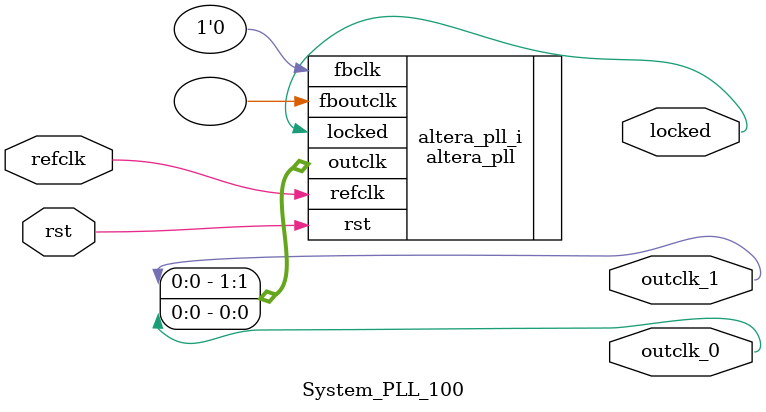
<source format=v>
`timescale 1 ps / 1 ps
module System_PLL_100 (
		input  wire  refclk,   //  refclk.clk
		input  wire  rst,      //   reset.reset
		output wire  outclk_0, // outclk0.clk
		output wire  outclk_1, // outclk1.clk
		output wire  locked    //  locked.export
	);

	altera_pll #(
		.fractional_vco_multiplier("false"),
		.reference_clock_frequency("50.0 MHz"),
		.operation_mode("direct"),
		.number_of_clocks(2),
		.output_clock_frequency0("100.000000 MHz"),
		.phase_shift0("0 ps"),
		.duty_cycle0(50),
		.output_clock_frequency1("100.000000 MHz"),
		.phase_shift1("-3000 ps"),
		.duty_cycle1(50),
		.output_clock_frequency2("0 MHz"),
		.phase_shift2("0 ps"),
		.duty_cycle2(50),
		.output_clock_frequency3("0 MHz"),
		.phase_shift3("0 ps"),
		.duty_cycle3(50),
		.output_clock_frequency4("0 MHz"),
		.phase_shift4("0 ps"),
		.duty_cycle4(50),
		.output_clock_frequency5("0 MHz"),
		.phase_shift5("0 ps"),
		.duty_cycle5(50),
		.output_clock_frequency6("0 MHz"),
		.phase_shift6("0 ps"),
		.duty_cycle6(50),
		.output_clock_frequency7("0 MHz"),
		.phase_shift7("0 ps"),
		.duty_cycle7(50),
		.output_clock_frequency8("0 MHz"),
		.phase_shift8("0 ps"),
		.duty_cycle8(50),
		.output_clock_frequency9("0 MHz"),
		.phase_shift9("0 ps"),
		.duty_cycle9(50),
		.output_clock_frequency10("0 MHz"),
		.phase_shift10("0 ps"),
		.duty_cycle10(50),
		.output_clock_frequency11("0 MHz"),
		.phase_shift11("0 ps"),
		.duty_cycle11(50),
		.output_clock_frequency12("0 MHz"),
		.phase_shift12("0 ps"),
		.duty_cycle12(50),
		.output_clock_frequency13("0 MHz"),
		.phase_shift13("0 ps"),
		.duty_cycle13(50),
		.output_clock_frequency14("0 MHz"),
		.phase_shift14("0 ps"),
		.duty_cycle14(50),
		.output_clock_frequency15("0 MHz"),
		.phase_shift15("0 ps"),
		.duty_cycle15(50),
		.output_clock_frequency16("0 MHz"),
		.phase_shift16("0 ps"),
		.duty_cycle16(50),
		.output_clock_frequency17("0 MHz"),
		.phase_shift17("0 ps"),
		.duty_cycle17(50),
		.pll_type("General"),
		.pll_subtype("General")
	) altera_pll_i (
		.rst		(rst),
		.outclk		({outclk_1, outclk_0}),
		.locked		(locked),
		.fboutclk	( ),
		.fbclk		(1'b0),
		.refclk		(refclk)
	);
endmodule

</source>
